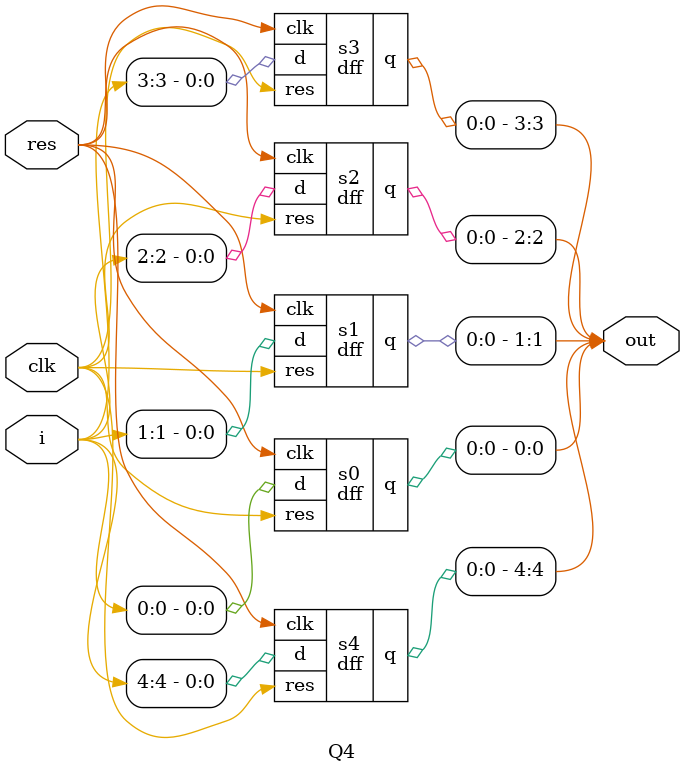
<source format=v>
module dff(d, res, clk, q);
	input d, res, clk;
	output reg q;
	always@(posedge clk or posedge res)
		if(res==0)
			q <= 0;
		else
			q <=d;
endmodule
module Q4(i, out, clk, res);
	input [4:0]i;
	output [4:0]out;
	input clk,res;
	dff s0(i[0],clk,res,out[0]);
	dff s1(i[1],clk,res,out[1]);
	dff s2(i[2],clk,res,out[2]);
	dff s3(i[3],clk,res,out[3]);
	dff s4(i[4],clk,res,out[4]);
endmodule
</source>
